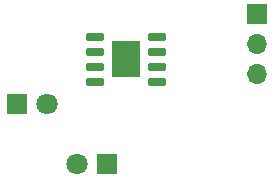
<source format=gbr>
%TF.GenerationSoftware,KiCad,Pcbnew,7.0.7*%
%TF.CreationDate,2023-08-26T23:34:30+05:30*%
%TF.ProjectId,ir_project,69725f70-726f-46a6-9563-742e6b696361,rev?*%
%TF.SameCoordinates,Original*%
%TF.FileFunction,Soldermask,Bot*%
%TF.FilePolarity,Negative*%
%FSLAX46Y46*%
G04 Gerber Fmt 4.6, Leading zero omitted, Abs format (unit mm)*
G04 Created by KiCad (PCBNEW 7.0.7) date 2023-08-26 23:34:30*
%MOMM*%
%LPD*%
G01*
G04 APERTURE LIST*
G04 Aperture macros list*
%AMRoundRect*
0 Rectangle with rounded corners*
0 $1 Rounding radius*
0 $2 $3 $4 $5 $6 $7 $8 $9 X,Y pos of 4 corners*
0 Add a 4 corners polygon primitive as box body*
4,1,4,$2,$3,$4,$5,$6,$7,$8,$9,$2,$3,0*
0 Add four circle primitives for the rounded corners*
1,1,$1+$1,$2,$3*
1,1,$1+$1,$4,$5*
1,1,$1+$1,$6,$7*
1,1,$1+$1,$8,$9*
0 Add four rect primitives between the rounded corners*
20,1,$1+$1,$2,$3,$4,$5,0*
20,1,$1+$1,$4,$5,$6,$7,0*
20,1,$1+$1,$6,$7,$8,$9,0*
20,1,$1+$1,$8,$9,$2,$3,0*%
G04 Aperture macros list end*
%ADD10R,2.410000X3.100000*%
%ADD11RoundRect,0.150000X0.650000X0.150000X-0.650000X0.150000X-0.650000X-0.150000X0.650000X-0.150000X0*%
%ADD12R,1.700000X1.700000*%
%ADD13O,1.700000X1.700000*%
%ADD14R,1.800000X1.800000*%
%ADD15C,1.800000*%
G04 APERTURE END LIST*
D10*
%TO.C,U1*%
X153985000Y-80040000D03*
D11*
X151335000Y-78135000D03*
X151335000Y-79405000D03*
X151335000Y-80675000D03*
X151335000Y-81945000D03*
X156635000Y-81945000D03*
X156635000Y-80675000D03*
X156635000Y-79405000D03*
X156635000Y-78135000D03*
%TD*%
D12*
%TO.C,J1*%
X165100000Y-76200000D03*
D13*
X165100000Y-78740000D03*
X165100000Y-81280000D03*
%TD*%
D14*
%TO.C,D2*%
X152400000Y-88900000D03*
D15*
X149860000Y-88900000D03*
%TD*%
D14*
%TO.C,D1*%
X144780000Y-83820000D03*
D15*
X147320000Y-83820000D03*
%TD*%
M02*

</source>
